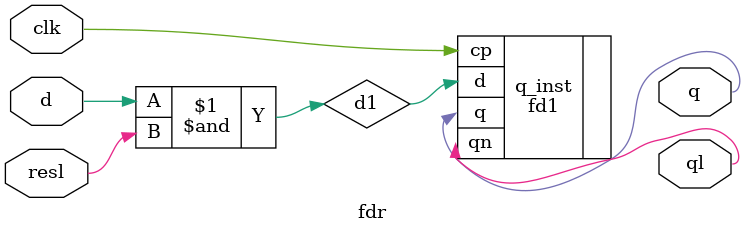
<source format=v>
`include "defs.v"

module fdr
(
	output q,
	output ql,
	input d,
	input clk,
	input resl
);
wire d1;

// LEGO.NET (11) - d : an2
assign d1 = d & resl;

// LEGO.NET (12) - q : fd1
fd1 q_inst
(
	.q /* OUT */ (q),
	.qn /* OUT */ (ql),
	.d /* IN */ (d1),
	.cp /* IN */ (clk)
);
endmodule

</source>
